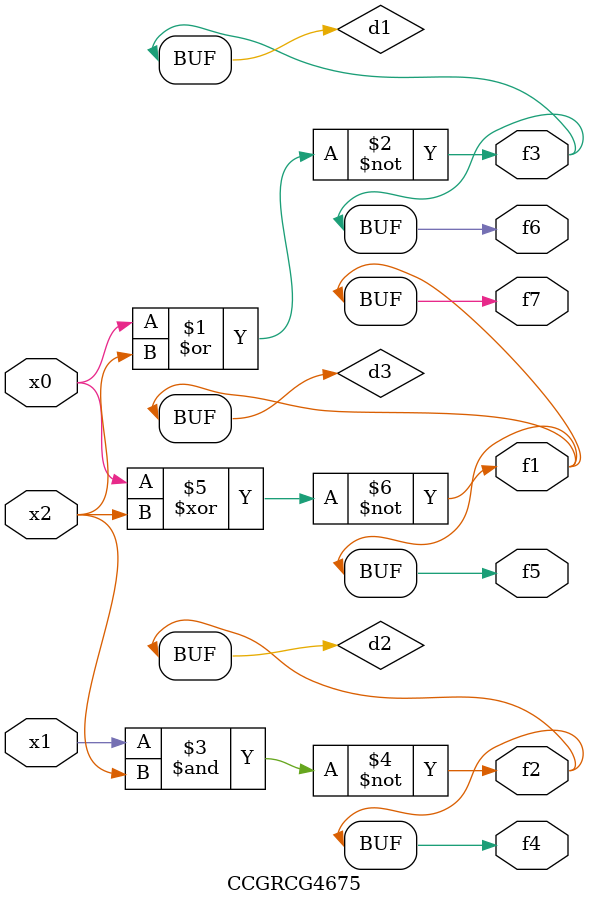
<source format=v>
module CCGRCG4675(
	input x0, x1, x2,
	output f1, f2, f3, f4, f5, f6, f7
);

	wire d1, d2, d3;

	nor (d1, x0, x2);
	nand (d2, x1, x2);
	xnor (d3, x0, x2);
	assign f1 = d3;
	assign f2 = d2;
	assign f3 = d1;
	assign f4 = d2;
	assign f5 = d3;
	assign f6 = d1;
	assign f7 = d3;
endmodule

</source>
